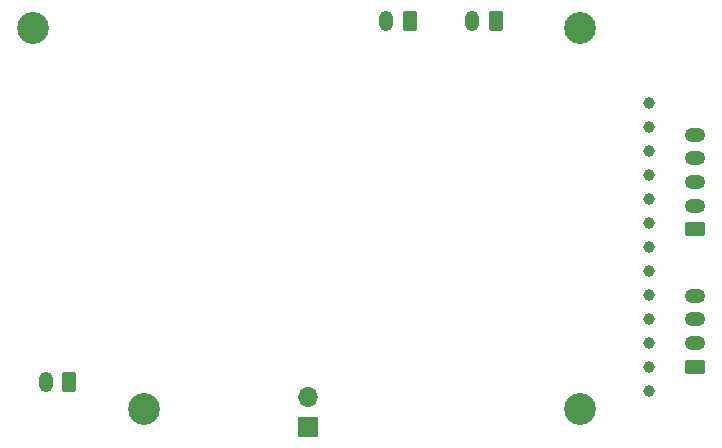
<source format=gbr>
%TF.GenerationSoftware,KiCad,Pcbnew,7.0.9*%
%TF.CreationDate,2023-12-30T14:39:05-07:00*%
%TF.ProjectId,ElephantR9,456c6570-6861-46e7-9452-392e6b696361,rev?*%
%TF.SameCoordinates,Original*%
%TF.FileFunction,Soldermask,Bot*%
%TF.FilePolarity,Negative*%
%FSLAX46Y46*%
G04 Gerber Fmt 4.6, Leading zero omitted, Abs format (unit mm)*
G04 Created by KiCad (PCBNEW 7.0.9) date 2023-12-30 14:39:05*
%MOMM*%
%LPD*%
G01*
G04 APERTURE LIST*
G04 Aperture macros list*
%AMRoundRect*
0 Rectangle with rounded corners*
0 $1 Rounding radius*
0 $2 $3 $4 $5 $6 $7 $8 $9 X,Y pos of 4 corners*
0 Add a 4 corners polygon primitive as box body*
4,1,4,$2,$3,$4,$5,$6,$7,$8,$9,$2,$3,0*
0 Add four circle primitives for the rounded corners*
1,1,$1+$1,$2,$3*
1,1,$1+$1,$4,$5*
1,1,$1+$1,$6,$7*
1,1,$1+$1,$8,$9*
0 Add four rect primitives between the rounded corners*
20,1,$1+$1,$2,$3,$4,$5,0*
20,1,$1+$1,$4,$5,$6,$7,0*
20,1,$1+$1,$6,$7,$8,$9,0*
20,1,$1+$1,$8,$9,$2,$3,0*%
G04 Aperture macros list end*
%ADD10C,1.000000*%
%ADD11O,1.750000X1.200000*%
%ADD12RoundRect,0.250000X0.625000X-0.350000X0.625000X0.350000X-0.625000X0.350000X-0.625000X-0.350000X0*%
%ADD13C,2.700000*%
%ADD14R,1.700000X1.700000*%
%ADD15O,1.700000X1.700000*%
%ADD16RoundRect,0.250000X0.350000X0.625000X-0.350000X0.625000X-0.350000X-0.625000X0.350000X-0.625000X0*%
%ADD17O,1.200000X1.750000*%
G04 APERTURE END LIST*
D10*
%TO.C,REF\u002A\u002A12*%
X74422000Y-52324000D03*
%TD*%
%TO.C,REF\u002A\u002A11*%
X74422000Y-50292000D03*
%TD*%
%TO.C,REF\u002A\u002A10*%
X74422000Y-48260000D03*
%TD*%
%TO.C,REF\u002A\u002A9*%
X74422000Y-46228000D03*
%TD*%
%TO.C,REF\u002A\u002A8*%
X74422000Y-44196000D03*
%TD*%
%TO.C,REF\u002A\u002A7*%
X74422000Y-42164000D03*
%TD*%
%TO.C,REF\u002A\u002A6*%
X74422000Y-40132000D03*
%TD*%
%TO.C,REF\u002A\u002A5*%
X74422000Y-38100000D03*
%TD*%
%TO.C,REF\u002A\u002A4*%
X74422000Y-36068000D03*
%TD*%
%TO.C,REF\u002A\u002A3*%
X74422000Y-34036000D03*
%TD*%
%TO.C,REF\u002A\u002A2*%
X74422000Y-32004000D03*
%TD*%
%TO.C,REF\u002A\u002A1*%
X74422000Y-29972000D03*
%TD*%
%TO.C,REF\u002A\u002A*%
X74422000Y-27940000D03*
%TD*%
D11*
%TO.C,J2*%
X78359000Y-30608000D03*
X78359000Y-32608000D03*
X78359000Y-34608000D03*
X78359000Y-36608000D03*
D12*
X78359000Y-38608000D03*
%TD*%
%TO.C,J1*%
X78359000Y-50244000D03*
D11*
X78359000Y-48244000D03*
X78359000Y-46244000D03*
X78359000Y-44244000D03*
%TD*%
D13*
%TO.C,H3*%
X68644000Y-53848000D03*
%TD*%
D14*
%TO.C,SW1*%
X45593000Y-55372000D03*
D15*
X45593000Y-52832000D03*
%TD*%
D13*
%TO.C,H1*%
X22315898Y-21553898D03*
%TD*%
%TO.C,H2*%
X68644000Y-21590000D03*
%TD*%
D16*
%TO.C,LS2*%
X61468000Y-20955000D03*
D17*
X59468000Y-20955000D03*
%TD*%
D13*
%TO.C,H4*%
X31713898Y-53811898D03*
%TD*%
D17*
%TO.C,LS1*%
X52229000Y-20955000D03*
D16*
X54229000Y-20955000D03*
%TD*%
%TO.C,BT1*%
X25363898Y-51525898D03*
D17*
X23363898Y-51525898D03*
%TD*%
M02*

</source>
